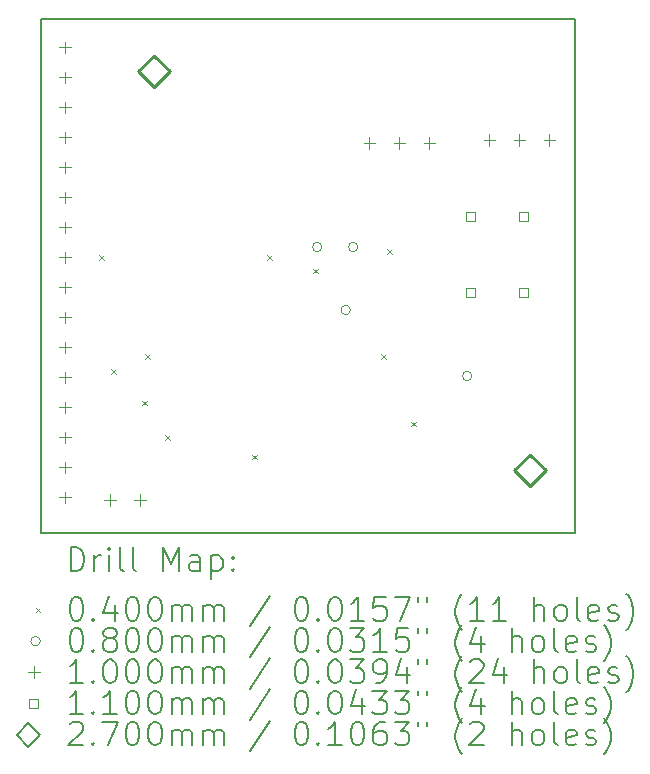
<source format=gbr>
%TF.GenerationSoftware,KiCad,Pcbnew,(6.0.9)*%
%TF.CreationDate,2022-12-23T15:26:46+01:00*%
%TF.ProjectId,mainboard,6d61696e-626f-4617-9264-2e6b69636164,rev?*%
%TF.SameCoordinates,Original*%
%TF.FileFunction,Drillmap*%
%TF.FilePolarity,Positive*%
%FSLAX45Y45*%
G04 Gerber Fmt 4.5, Leading zero omitted, Abs format (unit mm)*
G04 Created by KiCad (PCBNEW (6.0.9)) date 2022-12-23 15:26:46*
%MOMM*%
%LPD*%
G01*
G04 APERTURE LIST*
%ADD10C,0.150000*%
%ADD11C,0.200000*%
%ADD12C,0.040000*%
%ADD13C,0.080000*%
%ADD14C,0.100000*%
%ADD15C,0.110000*%
%ADD16C,0.270000*%
G04 APERTURE END LIST*
D10*
X10858500Y-2400300D02*
X15379700Y-2400300D01*
X15379700Y-2400300D02*
X15379700Y-6756400D01*
X15379700Y-6756400D02*
X10858500Y-6756400D01*
X10858500Y-6756400D02*
X10858500Y-2400300D01*
D11*
D12*
X11346500Y-4399600D02*
X11386500Y-4439600D01*
X11386500Y-4399600D02*
X11346500Y-4439600D01*
X11448100Y-5364800D02*
X11488100Y-5404800D01*
X11488100Y-5364800D02*
X11448100Y-5404800D01*
X11714800Y-5631500D02*
X11754800Y-5671500D01*
X11754800Y-5631500D02*
X11714800Y-5671500D01*
X11740200Y-5237800D02*
X11780200Y-5277800D01*
X11780200Y-5237800D02*
X11740200Y-5277800D01*
X11905300Y-5923600D02*
X11945300Y-5963600D01*
X11945300Y-5923600D02*
X11905300Y-5963600D01*
X12641900Y-6088700D02*
X12681900Y-6128700D01*
X12681900Y-6088700D02*
X12641900Y-6128700D01*
X12768900Y-4399600D02*
X12808900Y-4439600D01*
X12808900Y-4399600D02*
X12768900Y-4439600D01*
X13162600Y-4513900D02*
X13202600Y-4553900D01*
X13202600Y-4513900D02*
X13162600Y-4553900D01*
X13734100Y-5237800D02*
X13774100Y-5277800D01*
X13774100Y-5237800D02*
X13734100Y-5277800D01*
X13784900Y-4348800D02*
X13824900Y-4388800D01*
X13824900Y-4348800D02*
X13784900Y-4388800D01*
X13988100Y-5809300D02*
X14028100Y-5849300D01*
X14028100Y-5809300D02*
X13988100Y-5849300D01*
D13*
X13235300Y-4330700D02*
G75*
G03*
X13235300Y-4330700I-40000J0D01*
G01*
X13476600Y-4864100D02*
G75*
G03*
X13476600Y-4864100I-40000J0D01*
G01*
X13540100Y-4330700D02*
G75*
G03*
X13540100Y-4330700I-40000J0D01*
G01*
X14505300Y-5422900D02*
G75*
G03*
X14505300Y-5422900I-40000J0D01*
G01*
D14*
X11061700Y-2591600D02*
X11061700Y-2691600D01*
X11011700Y-2641600D02*
X11111700Y-2641600D01*
X11061700Y-2845600D02*
X11061700Y-2945600D01*
X11011700Y-2895600D02*
X11111700Y-2895600D01*
X11061700Y-3099600D02*
X11061700Y-3199600D01*
X11011700Y-3149600D02*
X11111700Y-3149600D01*
X11061700Y-3353600D02*
X11061700Y-3453600D01*
X11011700Y-3403600D02*
X11111700Y-3403600D01*
X11061700Y-3607600D02*
X11061700Y-3707600D01*
X11011700Y-3657600D02*
X11111700Y-3657600D01*
X11061700Y-3861600D02*
X11061700Y-3961600D01*
X11011700Y-3911600D02*
X11111700Y-3911600D01*
X11061700Y-4115600D02*
X11061700Y-4215600D01*
X11011700Y-4165600D02*
X11111700Y-4165600D01*
X11061700Y-4369600D02*
X11061700Y-4469600D01*
X11011700Y-4419600D02*
X11111700Y-4419600D01*
X11061700Y-4623600D02*
X11061700Y-4723600D01*
X11011700Y-4673600D02*
X11111700Y-4673600D01*
X11061700Y-4877600D02*
X11061700Y-4977600D01*
X11011700Y-4927600D02*
X11111700Y-4927600D01*
X11061700Y-5131600D02*
X11061700Y-5231600D01*
X11011700Y-5181600D02*
X11111700Y-5181600D01*
X11061700Y-5385600D02*
X11061700Y-5485600D01*
X11011700Y-5435600D02*
X11111700Y-5435600D01*
X11061700Y-5639600D02*
X11061700Y-5739600D01*
X11011700Y-5689600D02*
X11111700Y-5689600D01*
X11061700Y-5893600D02*
X11061700Y-5993600D01*
X11011700Y-5943600D02*
X11111700Y-5943600D01*
X11061700Y-6147600D02*
X11061700Y-6247600D01*
X11011700Y-6197600D02*
X11111700Y-6197600D01*
X11061700Y-6401600D02*
X11061700Y-6501600D01*
X11011700Y-6451600D02*
X11111700Y-6451600D01*
X11444700Y-6424500D02*
X11444700Y-6524500D01*
X11394700Y-6474500D02*
X11494700Y-6474500D01*
X11698700Y-6424500D02*
X11698700Y-6524500D01*
X11648700Y-6474500D02*
X11748700Y-6474500D01*
X13638300Y-3399900D02*
X13638300Y-3499900D01*
X13588300Y-3449900D02*
X13688300Y-3449900D01*
X13892300Y-3399900D02*
X13892300Y-3499900D01*
X13842300Y-3449900D02*
X13942300Y-3449900D01*
X14146300Y-3399900D02*
X14146300Y-3499900D01*
X14096300Y-3449900D02*
X14196300Y-3449900D01*
X14654300Y-3374500D02*
X14654300Y-3474500D01*
X14604300Y-3424500D02*
X14704300Y-3424500D01*
X14908300Y-3374500D02*
X14908300Y-3474500D01*
X14858300Y-3424500D02*
X14958300Y-3424500D01*
X15162300Y-3374500D02*
X15162300Y-3474500D01*
X15112300Y-3424500D02*
X15212300Y-3424500D01*
D15*
X14533191Y-4108091D02*
X14533191Y-4030309D01*
X14455409Y-4030309D01*
X14455409Y-4108091D01*
X14533191Y-4108091D01*
X14533191Y-4758091D02*
X14533191Y-4680309D01*
X14455409Y-4680309D01*
X14455409Y-4758091D01*
X14533191Y-4758091D01*
X14983191Y-4108091D02*
X14983191Y-4030309D01*
X14905409Y-4030309D01*
X14905409Y-4108091D01*
X14983191Y-4108091D01*
X14983191Y-4758091D02*
X14983191Y-4680309D01*
X14905409Y-4680309D01*
X14905409Y-4758091D01*
X14983191Y-4758091D01*
D16*
X11811000Y-2979800D02*
X11946000Y-2844800D01*
X11811000Y-2709800D01*
X11676000Y-2844800D01*
X11811000Y-2979800D01*
X14998700Y-6358000D02*
X15133700Y-6223000D01*
X14998700Y-6088000D01*
X14863700Y-6223000D01*
X14998700Y-6358000D01*
D11*
X11108619Y-7074376D02*
X11108619Y-6874376D01*
X11156238Y-6874376D01*
X11184810Y-6883900D01*
X11203857Y-6902948D01*
X11213381Y-6921995D01*
X11222905Y-6960090D01*
X11222905Y-6988662D01*
X11213381Y-7026757D01*
X11203857Y-7045805D01*
X11184810Y-7064852D01*
X11156238Y-7074376D01*
X11108619Y-7074376D01*
X11308619Y-7074376D02*
X11308619Y-6941043D01*
X11308619Y-6979138D02*
X11318143Y-6960090D01*
X11327667Y-6950567D01*
X11346714Y-6941043D01*
X11365762Y-6941043D01*
X11432428Y-7074376D02*
X11432428Y-6941043D01*
X11432428Y-6874376D02*
X11422905Y-6883900D01*
X11432428Y-6893424D01*
X11441952Y-6883900D01*
X11432428Y-6874376D01*
X11432428Y-6893424D01*
X11556238Y-7074376D02*
X11537190Y-7064852D01*
X11527667Y-7045805D01*
X11527667Y-6874376D01*
X11661000Y-7074376D02*
X11641952Y-7064852D01*
X11632428Y-7045805D01*
X11632428Y-6874376D01*
X11889571Y-7074376D02*
X11889571Y-6874376D01*
X11956238Y-7017233D01*
X12022905Y-6874376D01*
X12022905Y-7074376D01*
X12203857Y-7074376D02*
X12203857Y-6969614D01*
X12194333Y-6950567D01*
X12175286Y-6941043D01*
X12137190Y-6941043D01*
X12118143Y-6950567D01*
X12203857Y-7064852D02*
X12184809Y-7074376D01*
X12137190Y-7074376D01*
X12118143Y-7064852D01*
X12108619Y-7045805D01*
X12108619Y-7026757D01*
X12118143Y-7007709D01*
X12137190Y-6998186D01*
X12184809Y-6998186D01*
X12203857Y-6988662D01*
X12299095Y-6941043D02*
X12299095Y-7141043D01*
X12299095Y-6950567D02*
X12318143Y-6941043D01*
X12356238Y-6941043D01*
X12375286Y-6950567D01*
X12384809Y-6960090D01*
X12394333Y-6979138D01*
X12394333Y-7036281D01*
X12384809Y-7055328D01*
X12375286Y-7064852D01*
X12356238Y-7074376D01*
X12318143Y-7074376D01*
X12299095Y-7064852D01*
X12480048Y-7055328D02*
X12489571Y-7064852D01*
X12480048Y-7074376D01*
X12470524Y-7064852D01*
X12480048Y-7055328D01*
X12480048Y-7074376D01*
X12480048Y-6950567D02*
X12489571Y-6960090D01*
X12480048Y-6969614D01*
X12470524Y-6960090D01*
X12480048Y-6950567D01*
X12480048Y-6969614D01*
D12*
X10811000Y-7383900D02*
X10851000Y-7423900D01*
X10851000Y-7383900D02*
X10811000Y-7423900D01*
D11*
X11146714Y-7294376D02*
X11165762Y-7294376D01*
X11184810Y-7303900D01*
X11194333Y-7313424D01*
X11203857Y-7332471D01*
X11213381Y-7370567D01*
X11213381Y-7418186D01*
X11203857Y-7456281D01*
X11194333Y-7475328D01*
X11184810Y-7484852D01*
X11165762Y-7494376D01*
X11146714Y-7494376D01*
X11127667Y-7484852D01*
X11118143Y-7475328D01*
X11108619Y-7456281D01*
X11099095Y-7418186D01*
X11099095Y-7370567D01*
X11108619Y-7332471D01*
X11118143Y-7313424D01*
X11127667Y-7303900D01*
X11146714Y-7294376D01*
X11299095Y-7475328D02*
X11308619Y-7484852D01*
X11299095Y-7494376D01*
X11289571Y-7484852D01*
X11299095Y-7475328D01*
X11299095Y-7494376D01*
X11480048Y-7361043D02*
X11480048Y-7494376D01*
X11432428Y-7284852D02*
X11384809Y-7427709D01*
X11508619Y-7427709D01*
X11622905Y-7294376D02*
X11641952Y-7294376D01*
X11661000Y-7303900D01*
X11670524Y-7313424D01*
X11680048Y-7332471D01*
X11689571Y-7370567D01*
X11689571Y-7418186D01*
X11680048Y-7456281D01*
X11670524Y-7475328D01*
X11661000Y-7484852D01*
X11641952Y-7494376D01*
X11622905Y-7494376D01*
X11603857Y-7484852D01*
X11594333Y-7475328D01*
X11584809Y-7456281D01*
X11575286Y-7418186D01*
X11575286Y-7370567D01*
X11584809Y-7332471D01*
X11594333Y-7313424D01*
X11603857Y-7303900D01*
X11622905Y-7294376D01*
X11813381Y-7294376D02*
X11832428Y-7294376D01*
X11851476Y-7303900D01*
X11861000Y-7313424D01*
X11870524Y-7332471D01*
X11880048Y-7370567D01*
X11880048Y-7418186D01*
X11870524Y-7456281D01*
X11861000Y-7475328D01*
X11851476Y-7484852D01*
X11832428Y-7494376D01*
X11813381Y-7494376D01*
X11794333Y-7484852D01*
X11784809Y-7475328D01*
X11775286Y-7456281D01*
X11765762Y-7418186D01*
X11765762Y-7370567D01*
X11775286Y-7332471D01*
X11784809Y-7313424D01*
X11794333Y-7303900D01*
X11813381Y-7294376D01*
X11965762Y-7494376D02*
X11965762Y-7361043D01*
X11965762Y-7380090D02*
X11975286Y-7370567D01*
X11994333Y-7361043D01*
X12022905Y-7361043D01*
X12041952Y-7370567D01*
X12051476Y-7389614D01*
X12051476Y-7494376D01*
X12051476Y-7389614D02*
X12061000Y-7370567D01*
X12080048Y-7361043D01*
X12108619Y-7361043D01*
X12127667Y-7370567D01*
X12137190Y-7389614D01*
X12137190Y-7494376D01*
X12232428Y-7494376D02*
X12232428Y-7361043D01*
X12232428Y-7380090D02*
X12241952Y-7370567D01*
X12261000Y-7361043D01*
X12289571Y-7361043D01*
X12308619Y-7370567D01*
X12318143Y-7389614D01*
X12318143Y-7494376D01*
X12318143Y-7389614D02*
X12327667Y-7370567D01*
X12346714Y-7361043D01*
X12375286Y-7361043D01*
X12394333Y-7370567D01*
X12403857Y-7389614D01*
X12403857Y-7494376D01*
X12794333Y-7284852D02*
X12622905Y-7541995D01*
X13051476Y-7294376D02*
X13070524Y-7294376D01*
X13089571Y-7303900D01*
X13099095Y-7313424D01*
X13108619Y-7332471D01*
X13118143Y-7370567D01*
X13118143Y-7418186D01*
X13108619Y-7456281D01*
X13099095Y-7475328D01*
X13089571Y-7484852D01*
X13070524Y-7494376D01*
X13051476Y-7494376D01*
X13032428Y-7484852D01*
X13022905Y-7475328D01*
X13013381Y-7456281D01*
X13003857Y-7418186D01*
X13003857Y-7370567D01*
X13013381Y-7332471D01*
X13022905Y-7313424D01*
X13032428Y-7303900D01*
X13051476Y-7294376D01*
X13203857Y-7475328D02*
X13213381Y-7484852D01*
X13203857Y-7494376D01*
X13194333Y-7484852D01*
X13203857Y-7475328D01*
X13203857Y-7494376D01*
X13337190Y-7294376D02*
X13356238Y-7294376D01*
X13375286Y-7303900D01*
X13384809Y-7313424D01*
X13394333Y-7332471D01*
X13403857Y-7370567D01*
X13403857Y-7418186D01*
X13394333Y-7456281D01*
X13384809Y-7475328D01*
X13375286Y-7484852D01*
X13356238Y-7494376D01*
X13337190Y-7494376D01*
X13318143Y-7484852D01*
X13308619Y-7475328D01*
X13299095Y-7456281D01*
X13289571Y-7418186D01*
X13289571Y-7370567D01*
X13299095Y-7332471D01*
X13308619Y-7313424D01*
X13318143Y-7303900D01*
X13337190Y-7294376D01*
X13594333Y-7494376D02*
X13480048Y-7494376D01*
X13537190Y-7494376D02*
X13537190Y-7294376D01*
X13518143Y-7322948D01*
X13499095Y-7341995D01*
X13480048Y-7351519D01*
X13775286Y-7294376D02*
X13680048Y-7294376D01*
X13670524Y-7389614D01*
X13680048Y-7380090D01*
X13699095Y-7370567D01*
X13746714Y-7370567D01*
X13765762Y-7380090D01*
X13775286Y-7389614D01*
X13784809Y-7408662D01*
X13784809Y-7456281D01*
X13775286Y-7475328D01*
X13765762Y-7484852D01*
X13746714Y-7494376D01*
X13699095Y-7494376D01*
X13680048Y-7484852D01*
X13670524Y-7475328D01*
X13851476Y-7294376D02*
X13984809Y-7294376D01*
X13899095Y-7494376D01*
X14051476Y-7294376D02*
X14051476Y-7332471D01*
X14127667Y-7294376D02*
X14127667Y-7332471D01*
X14422905Y-7570567D02*
X14413381Y-7561043D01*
X14394333Y-7532471D01*
X14384809Y-7513424D01*
X14375286Y-7484852D01*
X14365762Y-7437233D01*
X14365762Y-7399138D01*
X14375286Y-7351519D01*
X14384809Y-7322948D01*
X14394333Y-7303900D01*
X14413381Y-7275328D01*
X14422905Y-7265805D01*
X14603857Y-7494376D02*
X14489571Y-7494376D01*
X14546714Y-7494376D02*
X14546714Y-7294376D01*
X14527667Y-7322948D01*
X14508619Y-7341995D01*
X14489571Y-7351519D01*
X14794333Y-7494376D02*
X14680048Y-7494376D01*
X14737190Y-7494376D02*
X14737190Y-7294376D01*
X14718143Y-7322948D01*
X14699095Y-7341995D01*
X14680048Y-7351519D01*
X15032428Y-7494376D02*
X15032428Y-7294376D01*
X15118143Y-7494376D02*
X15118143Y-7389614D01*
X15108619Y-7370567D01*
X15089571Y-7361043D01*
X15061000Y-7361043D01*
X15041952Y-7370567D01*
X15032428Y-7380090D01*
X15241952Y-7494376D02*
X15222905Y-7484852D01*
X15213381Y-7475328D01*
X15203857Y-7456281D01*
X15203857Y-7399138D01*
X15213381Y-7380090D01*
X15222905Y-7370567D01*
X15241952Y-7361043D01*
X15270524Y-7361043D01*
X15289571Y-7370567D01*
X15299095Y-7380090D01*
X15308619Y-7399138D01*
X15308619Y-7456281D01*
X15299095Y-7475328D01*
X15289571Y-7484852D01*
X15270524Y-7494376D01*
X15241952Y-7494376D01*
X15422905Y-7494376D02*
X15403857Y-7484852D01*
X15394333Y-7465805D01*
X15394333Y-7294376D01*
X15575286Y-7484852D02*
X15556238Y-7494376D01*
X15518143Y-7494376D01*
X15499095Y-7484852D01*
X15489571Y-7465805D01*
X15489571Y-7389614D01*
X15499095Y-7370567D01*
X15518143Y-7361043D01*
X15556238Y-7361043D01*
X15575286Y-7370567D01*
X15584809Y-7389614D01*
X15584809Y-7408662D01*
X15489571Y-7427709D01*
X15661000Y-7484852D02*
X15680048Y-7494376D01*
X15718143Y-7494376D01*
X15737190Y-7484852D01*
X15746714Y-7465805D01*
X15746714Y-7456281D01*
X15737190Y-7437233D01*
X15718143Y-7427709D01*
X15689571Y-7427709D01*
X15670524Y-7418186D01*
X15661000Y-7399138D01*
X15661000Y-7389614D01*
X15670524Y-7370567D01*
X15689571Y-7361043D01*
X15718143Y-7361043D01*
X15737190Y-7370567D01*
X15813381Y-7570567D02*
X15822905Y-7561043D01*
X15841952Y-7532471D01*
X15851476Y-7513424D01*
X15861000Y-7484852D01*
X15870524Y-7437233D01*
X15870524Y-7399138D01*
X15861000Y-7351519D01*
X15851476Y-7322948D01*
X15841952Y-7303900D01*
X15822905Y-7275328D01*
X15813381Y-7265805D01*
D13*
X10851000Y-7667900D02*
G75*
G03*
X10851000Y-7667900I-40000J0D01*
G01*
D11*
X11146714Y-7558376D02*
X11165762Y-7558376D01*
X11184810Y-7567900D01*
X11194333Y-7577424D01*
X11203857Y-7596471D01*
X11213381Y-7634567D01*
X11213381Y-7682186D01*
X11203857Y-7720281D01*
X11194333Y-7739328D01*
X11184810Y-7748852D01*
X11165762Y-7758376D01*
X11146714Y-7758376D01*
X11127667Y-7748852D01*
X11118143Y-7739328D01*
X11108619Y-7720281D01*
X11099095Y-7682186D01*
X11099095Y-7634567D01*
X11108619Y-7596471D01*
X11118143Y-7577424D01*
X11127667Y-7567900D01*
X11146714Y-7558376D01*
X11299095Y-7739328D02*
X11308619Y-7748852D01*
X11299095Y-7758376D01*
X11289571Y-7748852D01*
X11299095Y-7739328D01*
X11299095Y-7758376D01*
X11422905Y-7644090D02*
X11403857Y-7634567D01*
X11394333Y-7625043D01*
X11384809Y-7605995D01*
X11384809Y-7596471D01*
X11394333Y-7577424D01*
X11403857Y-7567900D01*
X11422905Y-7558376D01*
X11461000Y-7558376D01*
X11480048Y-7567900D01*
X11489571Y-7577424D01*
X11499095Y-7596471D01*
X11499095Y-7605995D01*
X11489571Y-7625043D01*
X11480048Y-7634567D01*
X11461000Y-7644090D01*
X11422905Y-7644090D01*
X11403857Y-7653614D01*
X11394333Y-7663138D01*
X11384809Y-7682186D01*
X11384809Y-7720281D01*
X11394333Y-7739328D01*
X11403857Y-7748852D01*
X11422905Y-7758376D01*
X11461000Y-7758376D01*
X11480048Y-7748852D01*
X11489571Y-7739328D01*
X11499095Y-7720281D01*
X11499095Y-7682186D01*
X11489571Y-7663138D01*
X11480048Y-7653614D01*
X11461000Y-7644090D01*
X11622905Y-7558376D02*
X11641952Y-7558376D01*
X11661000Y-7567900D01*
X11670524Y-7577424D01*
X11680048Y-7596471D01*
X11689571Y-7634567D01*
X11689571Y-7682186D01*
X11680048Y-7720281D01*
X11670524Y-7739328D01*
X11661000Y-7748852D01*
X11641952Y-7758376D01*
X11622905Y-7758376D01*
X11603857Y-7748852D01*
X11594333Y-7739328D01*
X11584809Y-7720281D01*
X11575286Y-7682186D01*
X11575286Y-7634567D01*
X11584809Y-7596471D01*
X11594333Y-7577424D01*
X11603857Y-7567900D01*
X11622905Y-7558376D01*
X11813381Y-7558376D02*
X11832428Y-7558376D01*
X11851476Y-7567900D01*
X11861000Y-7577424D01*
X11870524Y-7596471D01*
X11880048Y-7634567D01*
X11880048Y-7682186D01*
X11870524Y-7720281D01*
X11861000Y-7739328D01*
X11851476Y-7748852D01*
X11832428Y-7758376D01*
X11813381Y-7758376D01*
X11794333Y-7748852D01*
X11784809Y-7739328D01*
X11775286Y-7720281D01*
X11765762Y-7682186D01*
X11765762Y-7634567D01*
X11775286Y-7596471D01*
X11784809Y-7577424D01*
X11794333Y-7567900D01*
X11813381Y-7558376D01*
X11965762Y-7758376D02*
X11965762Y-7625043D01*
X11965762Y-7644090D02*
X11975286Y-7634567D01*
X11994333Y-7625043D01*
X12022905Y-7625043D01*
X12041952Y-7634567D01*
X12051476Y-7653614D01*
X12051476Y-7758376D01*
X12051476Y-7653614D02*
X12061000Y-7634567D01*
X12080048Y-7625043D01*
X12108619Y-7625043D01*
X12127667Y-7634567D01*
X12137190Y-7653614D01*
X12137190Y-7758376D01*
X12232428Y-7758376D02*
X12232428Y-7625043D01*
X12232428Y-7644090D02*
X12241952Y-7634567D01*
X12261000Y-7625043D01*
X12289571Y-7625043D01*
X12308619Y-7634567D01*
X12318143Y-7653614D01*
X12318143Y-7758376D01*
X12318143Y-7653614D02*
X12327667Y-7634567D01*
X12346714Y-7625043D01*
X12375286Y-7625043D01*
X12394333Y-7634567D01*
X12403857Y-7653614D01*
X12403857Y-7758376D01*
X12794333Y-7548852D02*
X12622905Y-7805995D01*
X13051476Y-7558376D02*
X13070524Y-7558376D01*
X13089571Y-7567900D01*
X13099095Y-7577424D01*
X13108619Y-7596471D01*
X13118143Y-7634567D01*
X13118143Y-7682186D01*
X13108619Y-7720281D01*
X13099095Y-7739328D01*
X13089571Y-7748852D01*
X13070524Y-7758376D01*
X13051476Y-7758376D01*
X13032428Y-7748852D01*
X13022905Y-7739328D01*
X13013381Y-7720281D01*
X13003857Y-7682186D01*
X13003857Y-7634567D01*
X13013381Y-7596471D01*
X13022905Y-7577424D01*
X13032428Y-7567900D01*
X13051476Y-7558376D01*
X13203857Y-7739328D02*
X13213381Y-7748852D01*
X13203857Y-7758376D01*
X13194333Y-7748852D01*
X13203857Y-7739328D01*
X13203857Y-7758376D01*
X13337190Y-7558376D02*
X13356238Y-7558376D01*
X13375286Y-7567900D01*
X13384809Y-7577424D01*
X13394333Y-7596471D01*
X13403857Y-7634567D01*
X13403857Y-7682186D01*
X13394333Y-7720281D01*
X13384809Y-7739328D01*
X13375286Y-7748852D01*
X13356238Y-7758376D01*
X13337190Y-7758376D01*
X13318143Y-7748852D01*
X13308619Y-7739328D01*
X13299095Y-7720281D01*
X13289571Y-7682186D01*
X13289571Y-7634567D01*
X13299095Y-7596471D01*
X13308619Y-7577424D01*
X13318143Y-7567900D01*
X13337190Y-7558376D01*
X13470524Y-7558376D02*
X13594333Y-7558376D01*
X13527667Y-7634567D01*
X13556238Y-7634567D01*
X13575286Y-7644090D01*
X13584809Y-7653614D01*
X13594333Y-7672662D01*
X13594333Y-7720281D01*
X13584809Y-7739328D01*
X13575286Y-7748852D01*
X13556238Y-7758376D01*
X13499095Y-7758376D01*
X13480048Y-7748852D01*
X13470524Y-7739328D01*
X13784809Y-7758376D02*
X13670524Y-7758376D01*
X13727667Y-7758376D02*
X13727667Y-7558376D01*
X13708619Y-7586948D01*
X13689571Y-7605995D01*
X13670524Y-7615519D01*
X13965762Y-7558376D02*
X13870524Y-7558376D01*
X13861000Y-7653614D01*
X13870524Y-7644090D01*
X13889571Y-7634567D01*
X13937190Y-7634567D01*
X13956238Y-7644090D01*
X13965762Y-7653614D01*
X13975286Y-7672662D01*
X13975286Y-7720281D01*
X13965762Y-7739328D01*
X13956238Y-7748852D01*
X13937190Y-7758376D01*
X13889571Y-7758376D01*
X13870524Y-7748852D01*
X13861000Y-7739328D01*
X14051476Y-7558376D02*
X14051476Y-7596471D01*
X14127667Y-7558376D02*
X14127667Y-7596471D01*
X14422905Y-7834567D02*
X14413381Y-7825043D01*
X14394333Y-7796471D01*
X14384809Y-7777424D01*
X14375286Y-7748852D01*
X14365762Y-7701233D01*
X14365762Y-7663138D01*
X14375286Y-7615519D01*
X14384809Y-7586948D01*
X14394333Y-7567900D01*
X14413381Y-7539328D01*
X14422905Y-7529805D01*
X14584809Y-7625043D02*
X14584809Y-7758376D01*
X14537190Y-7548852D02*
X14489571Y-7691709D01*
X14613381Y-7691709D01*
X14841952Y-7758376D02*
X14841952Y-7558376D01*
X14927667Y-7758376D02*
X14927667Y-7653614D01*
X14918143Y-7634567D01*
X14899095Y-7625043D01*
X14870524Y-7625043D01*
X14851476Y-7634567D01*
X14841952Y-7644090D01*
X15051476Y-7758376D02*
X15032428Y-7748852D01*
X15022905Y-7739328D01*
X15013381Y-7720281D01*
X15013381Y-7663138D01*
X15022905Y-7644090D01*
X15032428Y-7634567D01*
X15051476Y-7625043D01*
X15080048Y-7625043D01*
X15099095Y-7634567D01*
X15108619Y-7644090D01*
X15118143Y-7663138D01*
X15118143Y-7720281D01*
X15108619Y-7739328D01*
X15099095Y-7748852D01*
X15080048Y-7758376D01*
X15051476Y-7758376D01*
X15232428Y-7758376D02*
X15213381Y-7748852D01*
X15203857Y-7729805D01*
X15203857Y-7558376D01*
X15384809Y-7748852D02*
X15365762Y-7758376D01*
X15327667Y-7758376D01*
X15308619Y-7748852D01*
X15299095Y-7729805D01*
X15299095Y-7653614D01*
X15308619Y-7634567D01*
X15327667Y-7625043D01*
X15365762Y-7625043D01*
X15384809Y-7634567D01*
X15394333Y-7653614D01*
X15394333Y-7672662D01*
X15299095Y-7691709D01*
X15470524Y-7748852D02*
X15489571Y-7758376D01*
X15527667Y-7758376D01*
X15546714Y-7748852D01*
X15556238Y-7729805D01*
X15556238Y-7720281D01*
X15546714Y-7701233D01*
X15527667Y-7691709D01*
X15499095Y-7691709D01*
X15480048Y-7682186D01*
X15470524Y-7663138D01*
X15470524Y-7653614D01*
X15480048Y-7634567D01*
X15499095Y-7625043D01*
X15527667Y-7625043D01*
X15546714Y-7634567D01*
X15622905Y-7834567D02*
X15632428Y-7825043D01*
X15651476Y-7796471D01*
X15661000Y-7777424D01*
X15670524Y-7748852D01*
X15680048Y-7701233D01*
X15680048Y-7663138D01*
X15670524Y-7615519D01*
X15661000Y-7586948D01*
X15651476Y-7567900D01*
X15632428Y-7539328D01*
X15622905Y-7529805D01*
D14*
X10801000Y-7881900D02*
X10801000Y-7981900D01*
X10751000Y-7931900D02*
X10851000Y-7931900D01*
D11*
X11213381Y-8022376D02*
X11099095Y-8022376D01*
X11156238Y-8022376D02*
X11156238Y-7822376D01*
X11137190Y-7850948D01*
X11118143Y-7869995D01*
X11099095Y-7879519D01*
X11299095Y-8003328D02*
X11308619Y-8012852D01*
X11299095Y-8022376D01*
X11289571Y-8012852D01*
X11299095Y-8003328D01*
X11299095Y-8022376D01*
X11432428Y-7822376D02*
X11451476Y-7822376D01*
X11470524Y-7831900D01*
X11480048Y-7841424D01*
X11489571Y-7860471D01*
X11499095Y-7898567D01*
X11499095Y-7946186D01*
X11489571Y-7984281D01*
X11480048Y-8003328D01*
X11470524Y-8012852D01*
X11451476Y-8022376D01*
X11432428Y-8022376D01*
X11413381Y-8012852D01*
X11403857Y-8003328D01*
X11394333Y-7984281D01*
X11384809Y-7946186D01*
X11384809Y-7898567D01*
X11394333Y-7860471D01*
X11403857Y-7841424D01*
X11413381Y-7831900D01*
X11432428Y-7822376D01*
X11622905Y-7822376D02*
X11641952Y-7822376D01*
X11661000Y-7831900D01*
X11670524Y-7841424D01*
X11680048Y-7860471D01*
X11689571Y-7898567D01*
X11689571Y-7946186D01*
X11680048Y-7984281D01*
X11670524Y-8003328D01*
X11661000Y-8012852D01*
X11641952Y-8022376D01*
X11622905Y-8022376D01*
X11603857Y-8012852D01*
X11594333Y-8003328D01*
X11584809Y-7984281D01*
X11575286Y-7946186D01*
X11575286Y-7898567D01*
X11584809Y-7860471D01*
X11594333Y-7841424D01*
X11603857Y-7831900D01*
X11622905Y-7822376D01*
X11813381Y-7822376D02*
X11832428Y-7822376D01*
X11851476Y-7831900D01*
X11861000Y-7841424D01*
X11870524Y-7860471D01*
X11880048Y-7898567D01*
X11880048Y-7946186D01*
X11870524Y-7984281D01*
X11861000Y-8003328D01*
X11851476Y-8012852D01*
X11832428Y-8022376D01*
X11813381Y-8022376D01*
X11794333Y-8012852D01*
X11784809Y-8003328D01*
X11775286Y-7984281D01*
X11765762Y-7946186D01*
X11765762Y-7898567D01*
X11775286Y-7860471D01*
X11784809Y-7841424D01*
X11794333Y-7831900D01*
X11813381Y-7822376D01*
X11965762Y-8022376D02*
X11965762Y-7889043D01*
X11965762Y-7908090D02*
X11975286Y-7898567D01*
X11994333Y-7889043D01*
X12022905Y-7889043D01*
X12041952Y-7898567D01*
X12051476Y-7917614D01*
X12051476Y-8022376D01*
X12051476Y-7917614D02*
X12061000Y-7898567D01*
X12080048Y-7889043D01*
X12108619Y-7889043D01*
X12127667Y-7898567D01*
X12137190Y-7917614D01*
X12137190Y-8022376D01*
X12232428Y-8022376D02*
X12232428Y-7889043D01*
X12232428Y-7908090D02*
X12241952Y-7898567D01*
X12261000Y-7889043D01*
X12289571Y-7889043D01*
X12308619Y-7898567D01*
X12318143Y-7917614D01*
X12318143Y-8022376D01*
X12318143Y-7917614D02*
X12327667Y-7898567D01*
X12346714Y-7889043D01*
X12375286Y-7889043D01*
X12394333Y-7898567D01*
X12403857Y-7917614D01*
X12403857Y-8022376D01*
X12794333Y-7812852D02*
X12622905Y-8069995D01*
X13051476Y-7822376D02*
X13070524Y-7822376D01*
X13089571Y-7831900D01*
X13099095Y-7841424D01*
X13108619Y-7860471D01*
X13118143Y-7898567D01*
X13118143Y-7946186D01*
X13108619Y-7984281D01*
X13099095Y-8003328D01*
X13089571Y-8012852D01*
X13070524Y-8022376D01*
X13051476Y-8022376D01*
X13032428Y-8012852D01*
X13022905Y-8003328D01*
X13013381Y-7984281D01*
X13003857Y-7946186D01*
X13003857Y-7898567D01*
X13013381Y-7860471D01*
X13022905Y-7841424D01*
X13032428Y-7831900D01*
X13051476Y-7822376D01*
X13203857Y-8003328D02*
X13213381Y-8012852D01*
X13203857Y-8022376D01*
X13194333Y-8012852D01*
X13203857Y-8003328D01*
X13203857Y-8022376D01*
X13337190Y-7822376D02*
X13356238Y-7822376D01*
X13375286Y-7831900D01*
X13384809Y-7841424D01*
X13394333Y-7860471D01*
X13403857Y-7898567D01*
X13403857Y-7946186D01*
X13394333Y-7984281D01*
X13384809Y-8003328D01*
X13375286Y-8012852D01*
X13356238Y-8022376D01*
X13337190Y-8022376D01*
X13318143Y-8012852D01*
X13308619Y-8003328D01*
X13299095Y-7984281D01*
X13289571Y-7946186D01*
X13289571Y-7898567D01*
X13299095Y-7860471D01*
X13308619Y-7841424D01*
X13318143Y-7831900D01*
X13337190Y-7822376D01*
X13470524Y-7822376D02*
X13594333Y-7822376D01*
X13527667Y-7898567D01*
X13556238Y-7898567D01*
X13575286Y-7908090D01*
X13584809Y-7917614D01*
X13594333Y-7936662D01*
X13594333Y-7984281D01*
X13584809Y-8003328D01*
X13575286Y-8012852D01*
X13556238Y-8022376D01*
X13499095Y-8022376D01*
X13480048Y-8012852D01*
X13470524Y-8003328D01*
X13689571Y-8022376D02*
X13727667Y-8022376D01*
X13746714Y-8012852D01*
X13756238Y-8003328D01*
X13775286Y-7974757D01*
X13784809Y-7936662D01*
X13784809Y-7860471D01*
X13775286Y-7841424D01*
X13765762Y-7831900D01*
X13746714Y-7822376D01*
X13708619Y-7822376D01*
X13689571Y-7831900D01*
X13680048Y-7841424D01*
X13670524Y-7860471D01*
X13670524Y-7908090D01*
X13680048Y-7927138D01*
X13689571Y-7936662D01*
X13708619Y-7946186D01*
X13746714Y-7946186D01*
X13765762Y-7936662D01*
X13775286Y-7927138D01*
X13784809Y-7908090D01*
X13956238Y-7889043D02*
X13956238Y-8022376D01*
X13908619Y-7812852D02*
X13861000Y-7955709D01*
X13984809Y-7955709D01*
X14051476Y-7822376D02*
X14051476Y-7860471D01*
X14127667Y-7822376D02*
X14127667Y-7860471D01*
X14422905Y-8098567D02*
X14413381Y-8089043D01*
X14394333Y-8060471D01*
X14384809Y-8041424D01*
X14375286Y-8012852D01*
X14365762Y-7965233D01*
X14365762Y-7927138D01*
X14375286Y-7879519D01*
X14384809Y-7850948D01*
X14394333Y-7831900D01*
X14413381Y-7803328D01*
X14422905Y-7793805D01*
X14489571Y-7841424D02*
X14499095Y-7831900D01*
X14518143Y-7822376D01*
X14565762Y-7822376D01*
X14584809Y-7831900D01*
X14594333Y-7841424D01*
X14603857Y-7860471D01*
X14603857Y-7879519D01*
X14594333Y-7908090D01*
X14480048Y-8022376D01*
X14603857Y-8022376D01*
X14775286Y-7889043D02*
X14775286Y-8022376D01*
X14727667Y-7812852D02*
X14680048Y-7955709D01*
X14803857Y-7955709D01*
X15032428Y-8022376D02*
X15032428Y-7822376D01*
X15118143Y-8022376D02*
X15118143Y-7917614D01*
X15108619Y-7898567D01*
X15089571Y-7889043D01*
X15061000Y-7889043D01*
X15041952Y-7898567D01*
X15032428Y-7908090D01*
X15241952Y-8022376D02*
X15222905Y-8012852D01*
X15213381Y-8003328D01*
X15203857Y-7984281D01*
X15203857Y-7927138D01*
X15213381Y-7908090D01*
X15222905Y-7898567D01*
X15241952Y-7889043D01*
X15270524Y-7889043D01*
X15289571Y-7898567D01*
X15299095Y-7908090D01*
X15308619Y-7927138D01*
X15308619Y-7984281D01*
X15299095Y-8003328D01*
X15289571Y-8012852D01*
X15270524Y-8022376D01*
X15241952Y-8022376D01*
X15422905Y-8022376D02*
X15403857Y-8012852D01*
X15394333Y-7993805D01*
X15394333Y-7822376D01*
X15575286Y-8012852D02*
X15556238Y-8022376D01*
X15518143Y-8022376D01*
X15499095Y-8012852D01*
X15489571Y-7993805D01*
X15489571Y-7917614D01*
X15499095Y-7898567D01*
X15518143Y-7889043D01*
X15556238Y-7889043D01*
X15575286Y-7898567D01*
X15584809Y-7917614D01*
X15584809Y-7936662D01*
X15489571Y-7955709D01*
X15661000Y-8012852D02*
X15680048Y-8022376D01*
X15718143Y-8022376D01*
X15737190Y-8012852D01*
X15746714Y-7993805D01*
X15746714Y-7984281D01*
X15737190Y-7965233D01*
X15718143Y-7955709D01*
X15689571Y-7955709D01*
X15670524Y-7946186D01*
X15661000Y-7927138D01*
X15661000Y-7917614D01*
X15670524Y-7898567D01*
X15689571Y-7889043D01*
X15718143Y-7889043D01*
X15737190Y-7898567D01*
X15813381Y-8098567D02*
X15822905Y-8089043D01*
X15841952Y-8060471D01*
X15851476Y-8041424D01*
X15861000Y-8012852D01*
X15870524Y-7965233D01*
X15870524Y-7927138D01*
X15861000Y-7879519D01*
X15851476Y-7850948D01*
X15841952Y-7831900D01*
X15822905Y-7803328D01*
X15813381Y-7793805D01*
D15*
X10834891Y-8234791D02*
X10834891Y-8157009D01*
X10757109Y-8157009D01*
X10757109Y-8234791D01*
X10834891Y-8234791D01*
D11*
X11213381Y-8286376D02*
X11099095Y-8286376D01*
X11156238Y-8286376D02*
X11156238Y-8086376D01*
X11137190Y-8114948D01*
X11118143Y-8133995D01*
X11099095Y-8143519D01*
X11299095Y-8267328D02*
X11308619Y-8276852D01*
X11299095Y-8286376D01*
X11289571Y-8276852D01*
X11299095Y-8267328D01*
X11299095Y-8286376D01*
X11499095Y-8286376D02*
X11384809Y-8286376D01*
X11441952Y-8286376D02*
X11441952Y-8086376D01*
X11422905Y-8114948D01*
X11403857Y-8133995D01*
X11384809Y-8143519D01*
X11622905Y-8086376D02*
X11641952Y-8086376D01*
X11661000Y-8095900D01*
X11670524Y-8105424D01*
X11680048Y-8124471D01*
X11689571Y-8162567D01*
X11689571Y-8210186D01*
X11680048Y-8248281D01*
X11670524Y-8267328D01*
X11661000Y-8276852D01*
X11641952Y-8286376D01*
X11622905Y-8286376D01*
X11603857Y-8276852D01*
X11594333Y-8267328D01*
X11584809Y-8248281D01*
X11575286Y-8210186D01*
X11575286Y-8162567D01*
X11584809Y-8124471D01*
X11594333Y-8105424D01*
X11603857Y-8095900D01*
X11622905Y-8086376D01*
X11813381Y-8086376D02*
X11832428Y-8086376D01*
X11851476Y-8095900D01*
X11861000Y-8105424D01*
X11870524Y-8124471D01*
X11880048Y-8162567D01*
X11880048Y-8210186D01*
X11870524Y-8248281D01*
X11861000Y-8267328D01*
X11851476Y-8276852D01*
X11832428Y-8286376D01*
X11813381Y-8286376D01*
X11794333Y-8276852D01*
X11784809Y-8267328D01*
X11775286Y-8248281D01*
X11765762Y-8210186D01*
X11765762Y-8162567D01*
X11775286Y-8124471D01*
X11784809Y-8105424D01*
X11794333Y-8095900D01*
X11813381Y-8086376D01*
X11965762Y-8286376D02*
X11965762Y-8153043D01*
X11965762Y-8172090D02*
X11975286Y-8162567D01*
X11994333Y-8153043D01*
X12022905Y-8153043D01*
X12041952Y-8162567D01*
X12051476Y-8181614D01*
X12051476Y-8286376D01*
X12051476Y-8181614D02*
X12061000Y-8162567D01*
X12080048Y-8153043D01*
X12108619Y-8153043D01*
X12127667Y-8162567D01*
X12137190Y-8181614D01*
X12137190Y-8286376D01*
X12232428Y-8286376D02*
X12232428Y-8153043D01*
X12232428Y-8172090D02*
X12241952Y-8162567D01*
X12261000Y-8153043D01*
X12289571Y-8153043D01*
X12308619Y-8162567D01*
X12318143Y-8181614D01*
X12318143Y-8286376D01*
X12318143Y-8181614D02*
X12327667Y-8162567D01*
X12346714Y-8153043D01*
X12375286Y-8153043D01*
X12394333Y-8162567D01*
X12403857Y-8181614D01*
X12403857Y-8286376D01*
X12794333Y-8076852D02*
X12622905Y-8333995D01*
X13051476Y-8086376D02*
X13070524Y-8086376D01*
X13089571Y-8095900D01*
X13099095Y-8105424D01*
X13108619Y-8124471D01*
X13118143Y-8162567D01*
X13118143Y-8210186D01*
X13108619Y-8248281D01*
X13099095Y-8267328D01*
X13089571Y-8276852D01*
X13070524Y-8286376D01*
X13051476Y-8286376D01*
X13032428Y-8276852D01*
X13022905Y-8267328D01*
X13013381Y-8248281D01*
X13003857Y-8210186D01*
X13003857Y-8162567D01*
X13013381Y-8124471D01*
X13022905Y-8105424D01*
X13032428Y-8095900D01*
X13051476Y-8086376D01*
X13203857Y-8267328D02*
X13213381Y-8276852D01*
X13203857Y-8286376D01*
X13194333Y-8276852D01*
X13203857Y-8267328D01*
X13203857Y-8286376D01*
X13337190Y-8086376D02*
X13356238Y-8086376D01*
X13375286Y-8095900D01*
X13384809Y-8105424D01*
X13394333Y-8124471D01*
X13403857Y-8162567D01*
X13403857Y-8210186D01*
X13394333Y-8248281D01*
X13384809Y-8267328D01*
X13375286Y-8276852D01*
X13356238Y-8286376D01*
X13337190Y-8286376D01*
X13318143Y-8276852D01*
X13308619Y-8267328D01*
X13299095Y-8248281D01*
X13289571Y-8210186D01*
X13289571Y-8162567D01*
X13299095Y-8124471D01*
X13308619Y-8105424D01*
X13318143Y-8095900D01*
X13337190Y-8086376D01*
X13575286Y-8153043D02*
X13575286Y-8286376D01*
X13527667Y-8076852D02*
X13480048Y-8219709D01*
X13603857Y-8219709D01*
X13661000Y-8086376D02*
X13784809Y-8086376D01*
X13718143Y-8162567D01*
X13746714Y-8162567D01*
X13765762Y-8172090D01*
X13775286Y-8181614D01*
X13784809Y-8200662D01*
X13784809Y-8248281D01*
X13775286Y-8267328D01*
X13765762Y-8276852D01*
X13746714Y-8286376D01*
X13689571Y-8286376D01*
X13670524Y-8276852D01*
X13661000Y-8267328D01*
X13851476Y-8086376D02*
X13975286Y-8086376D01*
X13908619Y-8162567D01*
X13937190Y-8162567D01*
X13956238Y-8172090D01*
X13965762Y-8181614D01*
X13975286Y-8200662D01*
X13975286Y-8248281D01*
X13965762Y-8267328D01*
X13956238Y-8276852D01*
X13937190Y-8286376D01*
X13880048Y-8286376D01*
X13861000Y-8276852D01*
X13851476Y-8267328D01*
X14051476Y-8086376D02*
X14051476Y-8124471D01*
X14127667Y-8086376D02*
X14127667Y-8124471D01*
X14422905Y-8362567D02*
X14413381Y-8353043D01*
X14394333Y-8324471D01*
X14384809Y-8305424D01*
X14375286Y-8276852D01*
X14365762Y-8229233D01*
X14365762Y-8191138D01*
X14375286Y-8143519D01*
X14384809Y-8114948D01*
X14394333Y-8095900D01*
X14413381Y-8067328D01*
X14422905Y-8057805D01*
X14584809Y-8153043D02*
X14584809Y-8286376D01*
X14537190Y-8076852D02*
X14489571Y-8219709D01*
X14613381Y-8219709D01*
X14841952Y-8286376D02*
X14841952Y-8086376D01*
X14927667Y-8286376D02*
X14927667Y-8181614D01*
X14918143Y-8162567D01*
X14899095Y-8153043D01*
X14870524Y-8153043D01*
X14851476Y-8162567D01*
X14841952Y-8172090D01*
X15051476Y-8286376D02*
X15032428Y-8276852D01*
X15022905Y-8267328D01*
X15013381Y-8248281D01*
X15013381Y-8191138D01*
X15022905Y-8172090D01*
X15032428Y-8162567D01*
X15051476Y-8153043D01*
X15080048Y-8153043D01*
X15099095Y-8162567D01*
X15108619Y-8172090D01*
X15118143Y-8191138D01*
X15118143Y-8248281D01*
X15108619Y-8267328D01*
X15099095Y-8276852D01*
X15080048Y-8286376D01*
X15051476Y-8286376D01*
X15232428Y-8286376D02*
X15213381Y-8276852D01*
X15203857Y-8257805D01*
X15203857Y-8086376D01*
X15384809Y-8276852D02*
X15365762Y-8286376D01*
X15327667Y-8286376D01*
X15308619Y-8276852D01*
X15299095Y-8257805D01*
X15299095Y-8181614D01*
X15308619Y-8162567D01*
X15327667Y-8153043D01*
X15365762Y-8153043D01*
X15384809Y-8162567D01*
X15394333Y-8181614D01*
X15394333Y-8200662D01*
X15299095Y-8219709D01*
X15470524Y-8276852D02*
X15489571Y-8286376D01*
X15527667Y-8286376D01*
X15546714Y-8276852D01*
X15556238Y-8257805D01*
X15556238Y-8248281D01*
X15546714Y-8229233D01*
X15527667Y-8219709D01*
X15499095Y-8219709D01*
X15480048Y-8210186D01*
X15470524Y-8191138D01*
X15470524Y-8181614D01*
X15480048Y-8162567D01*
X15499095Y-8153043D01*
X15527667Y-8153043D01*
X15546714Y-8162567D01*
X15622905Y-8362567D02*
X15632428Y-8353043D01*
X15651476Y-8324471D01*
X15661000Y-8305424D01*
X15670524Y-8276852D01*
X15680048Y-8229233D01*
X15680048Y-8191138D01*
X15670524Y-8143519D01*
X15661000Y-8114948D01*
X15651476Y-8095900D01*
X15632428Y-8067328D01*
X15622905Y-8057805D01*
X10751000Y-8559900D02*
X10851000Y-8459900D01*
X10751000Y-8359900D01*
X10651000Y-8459900D01*
X10751000Y-8559900D01*
X11099095Y-8369424D02*
X11108619Y-8359900D01*
X11127667Y-8350376D01*
X11175286Y-8350376D01*
X11194333Y-8359900D01*
X11203857Y-8369424D01*
X11213381Y-8388471D01*
X11213381Y-8407519D01*
X11203857Y-8436090D01*
X11089571Y-8550376D01*
X11213381Y-8550376D01*
X11299095Y-8531329D02*
X11308619Y-8540852D01*
X11299095Y-8550376D01*
X11289571Y-8540852D01*
X11299095Y-8531329D01*
X11299095Y-8550376D01*
X11375286Y-8350376D02*
X11508619Y-8350376D01*
X11422905Y-8550376D01*
X11622905Y-8350376D02*
X11641952Y-8350376D01*
X11661000Y-8359900D01*
X11670524Y-8369424D01*
X11680048Y-8388471D01*
X11689571Y-8426567D01*
X11689571Y-8474186D01*
X11680048Y-8512281D01*
X11670524Y-8531329D01*
X11661000Y-8540852D01*
X11641952Y-8550376D01*
X11622905Y-8550376D01*
X11603857Y-8540852D01*
X11594333Y-8531329D01*
X11584809Y-8512281D01*
X11575286Y-8474186D01*
X11575286Y-8426567D01*
X11584809Y-8388471D01*
X11594333Y-8369424D01*
X11603857Y-8359900D01*
X11622905Y-8350376D01*
X11813381Y-8350376D02*
X11832428Y-8350376D01*
X11851476Y-8359900D01*
X11861000Y-8369424D01*
X11870524Y-8388471D01*
X11880048Y-8426567D01*
X11880048Y-8474186D01*
X11870524Y-8512281D01*
X11861000Y-8531329D01*
X11851476Y-8540852D01*
X11832428Y-8550376D01*
X11813381Y-8550376D01*
X11794333Y-8540852D01*
X11784809Y-8531329D01*
X11775286Y-8512281D01*
X11765762Y-8474186D01*
X11765762Y-8426567D01*
X11775286Y-8388471D01*
X11784809Y-8369424D01*
X11794333Y-8359900D01*
X11813381Y-8350376D01*
X11965762Y-8550376D02*
X11965762Y-8417043D01*
X11965762Y-8436090D02*
X11975286Y-8426567D01*
X11994333Y-8417043D01*
X12022905Y-8417043D01*
X12041952Y-8426567D01*
X12051476Y-8445614D01*
X12051476Y-8550376D01*
X12051476Y-8445614D02*
X12061000Y-8426567D01*
X12080048Y-8417043D01*
X12108619Y-8417043D01*
X12127667Y-8426567D01*
X12137190Y-8445614D01*
X12137190Y-8550376D01*
X12232428Y-8550376D02*
X12232428Y-8417043D01*
X12232428Y-8436090D02*
X12241952Y-8426567D01*
X12261000Y-8417043D01*
X12289571Y-8417043D01*
X12308619Y-8426567D01*
X12318143Y-8445614D01*
X12318143Y-8550376D01*
X12318143Y-8445614D02*
X12327667Y-8426567D01*
X12346714Y-8417043D01*
X12375286Y-8417043D01*
X12394333Y-8426567D01*
X12403857Y-8445614D01*
X12403857Y-8550376D01*
X12794333Y-8340852D02*
X12622905Y-8597995D01*
X13051476Y-8350376D02*
X13070524Y-8350376D01*
X13089571Y-8359900D01*
X13099095Y-8369424D01*
X13108619Y-8388471D01*
X13118143Y-8426567D01*
X13118143Y-8474186D01*
X13108619Y-8512281D01*
X13099095Y-8531329D01*
X13089571Y-8540852D01*
X13070524Y-8550376D01*
X13051476Y-8550376D01*
X13032428Y-8540852D01*
X13022905Y-8531329D01*
X13013381Y-8512281D01*
X13003857Y-8474186D01*
X13003857Y-8426567D01*
X13013381Y-8388471D01*
X13022905Y-8369424D01*
X13032428Y-8359900D01*
X13051476Y-8350376D01*
X13203857Y-8531329D02*
X13213381Y-8540852D01*
X13203857Y-8550376D01*
X13194333Y-8540852D01*
X13203857Y-8531329D01*
X13203857Y-8550376D01*
X13403857Y-8550376D02*
X13289571Y-8550376D01*
X13346714Y-8550376D02*
X13346714Y-8350376D01*
X13327667Y-8378948D01*
X13308619Y-8397995D01*
X13289571Y-8407519D01*
X13527667Y-8350376D02*
X13546714Y-8350376D01*
X13565762Y-8359900D01*
X13575286Y-8369424D01*
X13584809Y-8388471D01*
X13594333Y-8426567D01*
X13594333Y-8474186D01*
X13584809Y-8512281D01*
X13575286Y-8531329D01*
X13565762Y-8540852D01*
X13546714Y-8550376D01*
X13527667Y-8550376D01*
X13508619Y-8540852D01*
X13499095Y-8531329D01*
X13489571Y-8512281D01*
X13480048Y-8474186D01*
X13480048Y-8426567D01*
X13489571Y-8388471D01*
X13499095Y-8369424D01*
X13508619Y-8359900D01*
X13527667Y-8350376D01*
X13765762Y-8350376D02*
X13727667Y-8350376D01*
X13708619Y-8359900D01*
X13699095Y-8369424D01*
X13680048Y-8397995D01*
X13670524Y-8436090D01*
X13670524Y-8512281D01*
X13680048Y-8531329D01*
X13689571Y-8540852D01*
X13708619Y-8550376D01*
X13746714Y-8550376D01*
X13765762Y-8540852D01*
X13775286Y-8531329D01*
X13784809Y-8512281D01*
X13784809Y-8464662D01*
X13775286Y-8445614D01*
X13765762Y-8436090D01*
X13746714Y-8426567D01*
X13708619Y-8426567D01*
X13689571Y-8436090D01*
X13680048Y-8445614D01*
X13670524Y-8464662D01*
X13851476Y-8350376D02*
X13975286Y-8350376D01*
X13908619Y-8426567D01*
X13937190Y-8426567D01*
X13956238Y-8436090D01*
X13965762Y-8445614D01*
X13975286Y-8464662D01*
X13975286Y-8512281D01*
X13965762Y-8531329D01*
X13956238Y-8540852D01*
X13937190Y-8550376D01*
X13880048Y-8550376D01*
X13861000Y-8540852D01*
X13851476Y-8531329D01*
X14051476Y-8350376D02*
X14051476Y-8388471D01*
X14127667Y-8350376D02*
X14127667Y-8388471D01*
X14422905Y-8626567D02*
X14413381Y-8617043D01*
X14394333Y-8588471D01*
X14384809Y-8569424D01*
X14375286Y-8540852D01*
X14365762Y-8493233D01*
X14365762Y-8455138D01*
X14375286Y-8407519D01*
X14384809Y-8378948D01*
X14394333Y-8359900D01*
X14413381Y-8331328D01*
X14422905Y-8321805D01*
X14489571Y-8369424D02*
X14499095Y-8359900D01*
X14518143Y-8350376D01*
X14565762Y-8350376D01*
X14584809Y-8359900D01*
X14594333Y-8369424D01*
X14603857Y-8388471D01*
X14603857Y-8407519D01*
X14594333Y-8436090D01*
X14480048Y-8550376D01*
X14603857Y-8550376D01*
X14841952Y-8550376D02*
X14841952Y-8350376D01*
X14927667Y-8550376D02*
X14927667Y-8445614D01*
X14918143Y-8426567D01*
X14899095Y-8417043D01*
X14870524Y-8417043D01*
X14851476Y-8426567D01*
X14841952Y-8436090D01*
X15051476Y-8550376D02*
X15032428Y-8540852D01*
X15022905Y-8531329D01*
X15013381Y-8512281D01*
X15013381Y-8455138D01*
X15022905Y-8436090D01*
X15032428Y-8426567D01*
X15051476Y-8417043D01*
X15080048Y-8417043D01*
X15099095Y-8426567D01*
X15108619Y-8436090D01*
X15118143Y-8455138D01*
X15118143Y-8512281D01*
X15108619Y-8531329D01*
X15099095Y-8540852D01*
X15080048Y-8550376D01*
X15051476Y-8550376D01*
X15232428Y-8550376D02*
X15213381Y-8540852D01*
X15203857Y-8521805D01*
X15203857Y-8350376D01*
X15384809Y-8540852D02*
X15365762Y-8550376D01*
X15327667Y-8550376D01*
X15308619Y-8540852D01*
X15299095Y-8521805D01*
X15299095Y-8445614D01*
X15308619Y-8426567D01*
X15327667Y-8417043D01*
X15365762Y-8417043D01*
X15384809Y-8426567D01*
X15394333Y-8445614D01*
X15394333Y-8464662D01*
X15299095Y-8483710D01*
X15470524Y-8540852D02*
X15489571Y-8550376D01*
X15527667Y-8550376D01*
X15546714Y-8540852D01*
X15556238Y-8521805D01*
X15556238Y-8512281D01*
X15546714Y-8493233D01*
X15527667Y-8483710D01*
X15499095Y-8483710D01*
X15480048Y-8474186D01*
X15470524Y-8455138D01*
X15470524Y-8445614D01*
X15480048Y-8426567D01*
X15499095Y-8417043D01*
X15527667Y-8417043D01*
X15546714Y-8426567D01*
X15622905Y-8626567D02*
X15632428Y-8617043D01*
X15651476Y-8588471D01*
X15661000Y-8569424D01*
X15670524Y-8540852D01*
X15680048Y-8493233D01*
X15680048Y-8455138D01*
X15670524Y-8407519D01*
X15661000Y-8378948D01*
X15651476Y-8359900D01*
X15632428Y-8331328D01*
X15622905Y-8321805D01*
M02*

</source>
